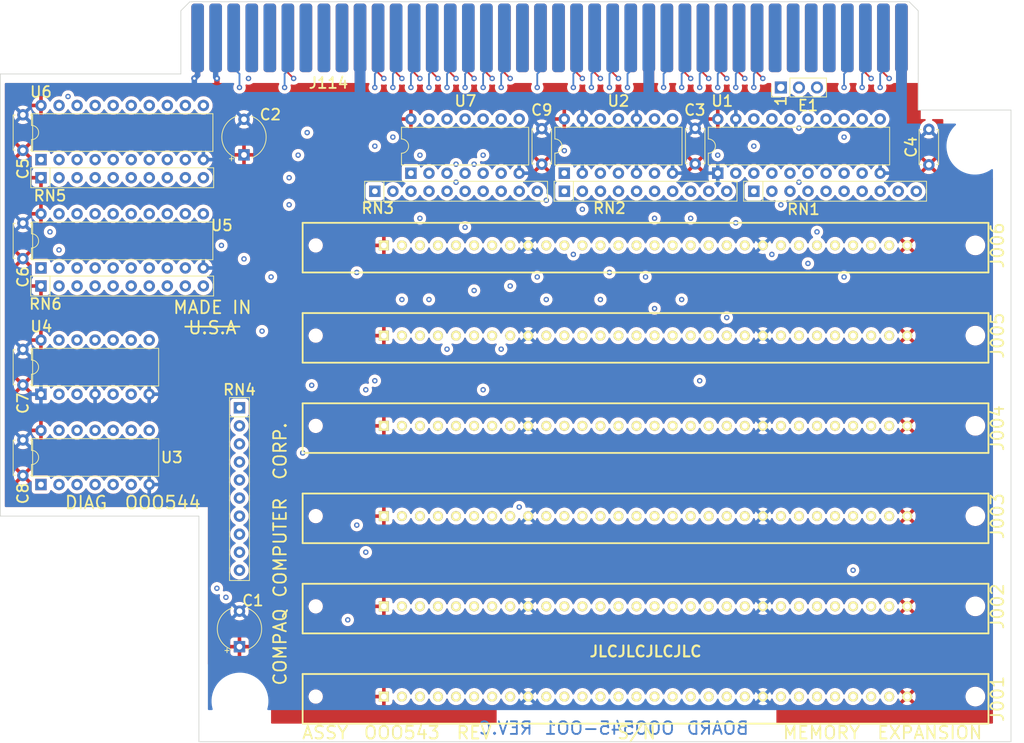
<source format=kicad_pcb>
(kicad_pcb (version 20240108) (generator "pcbnew") (generator_version "8.0")
  (layers (0 "F.Cu" power "Front") (1 "In1.Cu" signal) (2 "In2.Cu" signal) (31 "B.Cu" power "Back") (34 "B.Paste" user) (35 "F.Paste" user) (36 "B.SilkS" user "B.Silkscreen") (37 "F.SilkS" user "F.Silkscreen") (38 "B.Mask" user) (39 "F.Mask" user) (44 "Edge.Cuts" user))
  (net 0 "")
  (net 1 "+5V")
  (net 2 "GND")
  (net 3 "/MA1")
  (net 4 "/17u1-2E1")
  (net 5 "/A2")
  (net 6 "/MEMODD-DP")
  (net 7 "/MEMODD-QP")
  (net 9 "/LA22")
  (net 10 "/LA18")
  (net 11 "/A16")
  (net 12 "/A14")
  (net 13 "/A10")
  (net 14 "/MA0")
  (net 15 "/MA2")
  (net 16 "/MA4")
  (net 17 "/MA6")
  (net 18 "/MA8")
  (net 19 "/1u3-16j114")
  (net 20 "/13u3-17j114")
  (net 22 "/LA20")
  (net 23 "/12u4-21j114")
  (net 34 "/IO")
  (net 35 "/31j113-34j114")
  (net 36 "/~{MEMW}")
  (net 37 "/MR")
  (net 38 "/RAS")
  (net 39 "/MEMEVEN-DP")
  (net 40 "/MEMEVEN-QP")
  (net 41 "/LA23")
  (net 42 "/LA21")
  (net 43 "/LA17")
  (net 44 "/A15")
  (net 45 "/BA13")
  (net 46 "/MA3")
  (net 47 "/MA5")
  (net 48 "/MA7")
  (net 49 "/ALE")
  (net 50 "/84j113-56j114")
  (net 51 "/RAM 3 RAS")
  (net 52 "/2u7-58j114")
  (net 54 "/LA19")
  (net 55 "/REFRESH")
  (net 56 "/SD0")
  (net 57 "/SD2")
  (net 58 "/SD4")
  (net 59 "/SD6")
  (net 60 "/SD8")
  (net 61 "/SD10")
  (net 62 "/SD12")
  (net 63 "/SD14")
  (net 64 "/~{XIOR}")
  (net 65 "/CAS")
  (net 67 "/IO_READY")
  (net 68 "/SBHE")
  (net 69 "/SA0")
  (net 70 "/RAM 2 RAS")
  (net 71 "/RAM 4 RAS")
  (net 73 "/WEEVEN")
  (net 74 "/WEODD")
  (net 75 "/SD1")
  (net 76 "/SD3")
  (net 77 "/CASEVEN")
  (net 78 "/SD5")
  (net 79 "/CASODD")
  (net 80 "/SD7")
  (net 81 "/SD9")
  (net 82 "/SD11")
  (net 86 "/8u4-19u6")
  (net 87 "/11u4-19u5")
  (net 88 "/SD13")
  (net 89 "/SD15")
  (net 90 "/~{XIOW}")
  (net 91 "/SA12")
  (net 94 "/SA11")
  (net 96 "Net-(RN1A-R1.1)")
  (net 97 "Net-(RN1B-R2.1)")
  (net 98 "Net-(RN1C-R3.1)")
  (net 99 "Net-(RN1D-R4.1)")
  (net 100 "Net-(RN1E-R5.1)")
  (net 101 "Net-(RN2A-R1.1)")
  (net 102 "/Memory/MD0")
  (net 103 "Net-(RN2B-R2.1)")
  (net 104 "/MEM-A0")
  (net 105 "Net-(RN2C-R3.1)")
  (net 106 "Net-(RN2D-R4.1)")
  (net 107 "Net-(RN2E-R5.1)")
  (net 108 "Net-(RN3A-R1.1)")
  (net 109 "/MEM-A1")
  (net 110 "Net-(RN3B-R2.1)")
  (net 111 "/Memory/MD1")
  (net 112 "Net-(RN3C-R3.1)")
  (net 113 "/MEM-A2")
  (net 114 "/MEM-A3")
  (net 115 "/Memory/MD2")
  (net 116 "/MEM-A4")
  (net 117 "Net-(RN3D-R4.1)")
  (net 118 "Net-(RN3E-R5.1)")
  (net 119 "/MEM_WEDIR")
  (net 120 "Net-(RN4A-R1.1)")
  (net 121 "Net-(RN4B-R2.1)")
  (net 122 "Net-(RN4C-R3.1)")
  (net 123 "Net-(RN4D-R4.1)")
  (net 124 "Net-(RN4E-R5.1)")
  (net 125 "/MEM-A5")
  (net 126 "/Memory/MD3")
  (net 127 "/MEM-A6")
  (net 128 "/MEM-A7")
  (net 129 "/Memory/MD4")
  (net 130 "/MEMODD-A8")
  (net 131 "/MEMODD-A9")
  (net 132 "/Memory/MD5")
  (net 133 "/Memory/MD6")
  (net 134 "/Memory/MD7")
  (net 135 "/RAS1")
  (net 136 "/Memory/MD8")
  (net 137 "/Memory/MD9")
  (net 138 "/Memory/MD10")
  (net 139 "/Memory/MD11")
  (net 140 "/Memory/MD12")
  (net 141 "/MEMEVEN-A8")
  (net 142 "/MEMEVEN-A9")
  (net 143 "/Memory/MD13")
  (net 144 "/Memory/MD14")
  (net 145 "/Memory/MD15")
  (net 146 "/RAS2")
  (net 147 "/RAS3")
  (footprint "MountingHole:MountingHole_4mm" (layer "F.Cu") (at 203.2 64.77)
    (property "Reference" "H2" (hide yes))
    (property "Value" "MountingHole_Pad")
  )
  (footprint "Capacitor_THT:C_Disc_D4.7mm_W2.5mm_P5.00mm" (layer "F.Cu") (at 142.24 67.31 90)
    (property "Reference" "C9")
    (property "Value" "47n")
  )
  (footprint "Package_DIP:DIP-20_W7.62mm" (layer "F.Cu") (at 71.76 66.665 90)
    (property "Reference" "U6")
    (property "Value" "74F245")
  )
  (footprint "raysstuff:Conn_Edge_PCB_02x40_mirror_memexp" (layer "F.Cu") (at 143.3322 49.53 180)
    (property "Reference" "J114")
    (property "Value" "Conn_02x40_Counter_Clockwise" (hide yes))
    (fp_line (start 51.8922 3.81) (end 51.8922 -5.08) (stroke (width 0.1)) (layer "Edge.Cuts"))
    (fp_line (start 51.8922 3.81) (end 50.6222 5.08) (stroke (width 0.1)) (layer "Edge.Cuts"))
    (fp_line (start 50.6222 5.08) (end -50.6222 5.08) (stroke (width 0.1)) (layer "Edge.Cuts"))
    (fp_line (start -50.6222 5.08) (end -51.8922 3.81) (stroke (width 0.1)) (layer "Edge.Cuts"))
    (fp_line (start -51.8922 3.81) (end -51.8922 -5.08) (stroke (width 0.1)) (layer "Edge.Cuts"))
  )
  (footprint "Capacitor_THT:C_Disc_D4.7mm_W2.5mm_P5.00mm" (layer "F.Cu") (at 69.215 65.365 90)
    (property "Reference" "C5")
    (property "Value" "47n")
  )
  (footprint "MountingHole:MountingHole_4mm" (layer "F.Cu") (at 99.695 142.875)
    (property "Reference" "H1" (hide yes))
    (property "Value" "MountingHole_Pad")
  )
  (footprint "Capacitor_THT:C_Disc_D4.7mm_W2.5mm_P5.00mm" (layer "F.Cu") (at 163.83 67.27 90)
    (property "Reference" "C3")
    (property "Value" "47n")
  )
  (footprint "raysstuff:Conn_SIMM30" (layer "F.Cu") (at 156.845 78.74)
    (property "Reference" "J006")
    (property "Value" "Conn_SIMM30" (hide yes))
  )
  (footprint "Package_DIP:DIP-20_W7.62mm" (layer "F.Cu") (at 71.755 81.915 90)
    (property "Reference" "U5")
    (property "Value" "74F245")
  )
  (footprint "Capacitor_THT:C_Disc_D4.7mm_W2.5mm_P5.00mm" (layer "F.Cu") (at 69.215 111.125 90)
    (property "Reference" "C8")
    (property "Value" "47n")
  )
  (footprint "Package_DIP:DIP-14_W7.62mm" (layer "F.Cu") (at 71.75 99.685 90)
    (property "Reference" "U4")
    (property "Value" "74F32")
  )
  (footprint "raysstuff:Conn_SIMM30" (layer "F.Cu") (at 156.845 116.84)
    (property "Reference" "J003")
    (property "Value" "Conn_SIMM30" (hide yes))
  )
  (footprint "Resistor_THT:R_Array_SIP10" (layer "F.Cu") (at 99.695 101.6 -90)
    (property "Reference" "RN4")
    (property "Value" "33")
  )
  (footprint "raysstuff:Conn_SIMM30" (layer "F.Cu") (at 156.845 129.54)
    (property "Reference" "J002")
    (property "Value" "Conn_SIMM30" (hide yes))
  )
  (footprint "Package_DIP:DIP-20_W7.62mm" (layer "F.Cu") (at 167.01 68.57 90)
    (property "Reference" "U1")
    (property "Value" "74F244")
  )
  (footprint "Resistor_THT:R_Array_SIP10" (layer "F.Cu") (at 118.75 71.12)
    (property "Reference" "RN3")
    (property "Value" "33")
  )
  (footprint "raysstuff:Conn_SIMM30" (layer "F.Cu") (at 156.845 91.44)
    (property "Reference" "J005")
    (property "Value" "Conn_SIMM30" (hide yes))
  )
  (footprint "Capacitor_THT:C_Disc_D4.7mm_W2.5mm_P5.00mm" (layer "F.Cu") (at 196.719401 67.40412 90)
    (property "Reference" "C4")
    (property "Value" "47n")
  )
  (footprint "raysstuff:Conn_SIMM30" (layer "F.Cu") (at 156.845 142.24)
    (property "Reference" "J001")
    (property "Value" "Conn_SIMM30" (hide yes))
  )
  (footprint "Capacitor_THT:C_Disc_D4.7mm_W2.5mm_P5.00mm" (layer "F.Cu") (at 69.215 98.385 90)
    (property "Reference" "C7")
    (property "Value" "47n")
  )
  (footprint "Resistor_THT:R_Array_SIP10" (layer "F.Cu") (at 172.09 71.12)
    (property "Reference" "RN1")
    (property "Value" "33")
  )
  (footprint "Package_DIP:DIP-14_W7.62mm" (layer "F.Cu") (at 71.755 112.395 90)
    (property "Reference" "U3")
    (property "Value" "74F00")
  )
  (footprint "raysstuff:Conn_SIMM30" (layer "F.Cu") (at 156.845 104.14)
    (property "Reference" "J004")
    (property "Value" "Conn_SIMM30" (hide yes))
  )
  (footprint "Package_DIP:DIP-14_W7.62mm" (layer "F.Cu") (at 145.41 68.57 90)
    (property "Reference" "U2")
    (property "Value" "74F32")
  )
  (footprint "Capacitor_THT:CP_Radial_Tantal_D6.0mm_P5.00mm" (layer "F.Cu") (at 100.33 66 90)
    (property "Reference" "C2")
    (property "Value" "10u")
  )
  (footprint "Capacitor_THT:CP_Radial_Tantal_D6.0mm_P5.00mm" (layer "F.Cu") (at 99.695 135.215 90)
    (property "Reference" "C1")
    (property "Value" "10u")
  )
  (footprint "Package_DIP:DIP-14_W7.62mm" (layer "F.Cu") (at 123.825 68.58 90)
    (property "Reference" "U7")
    (property "Value" "74F10")
  )
  (footprint "Capacitor_THT:C_Disc_D4.7mm_W2.5mm_P5.00mm" (layer "F.Cu") (at 69.215 80.605 90)
    (property "Reference" "C6")
    (property "Value" "47n")
  )
  (footprint "Resistor_THT:R_Array_SIP10" (layer "F.Cu") (at 71.76 69.215)
    (property "Reference" "RN5")
    (property "Value" "8.2k")
  )
  (footprint "Resistor_THT:R_Array_SIP10" (layer "F.Cu") (at 71.755 84.455)
    (property "Reference" "RN6")
    (property "Value" "8.2k")
  )
  (footprint "Connector_PinHeader_2.54mm:PinHeader_1x03_P2.54mm_Vertical" (layer "F.Cu") (at 175.895 56.515 90)
    (property "Reference" "E1")
    (property "Value" "Conn_01x03")
  )
  (footprint "Resistor_THT:R_Array_SIP10" (layer "F.Cu") (at 145.42 71.12)
    (property "Reference" "RN2")
    (property "Value" "33")
  )
  (gr_line (start 92.075 90.17) (end 99.695 90.17) (stroke (width 0.254)) (layer "F.SilkS"))
  (gr_line (start 66.04 54.61) (end 91.44 54.61) (stroke (width 0.1)) (layer "Edge.Cuts"))
  (gr_line (start 208.28 59.69) (end 208.28 148.59) (stroke (width 0.1)) (layer "Edge.Cuts"))
  (gr_line (start 93.98 116.84) (end 66.04 116.84) (stroke (width 0.1)) (layer "Edge.Cuts"))
  (gr_line (start 195.2244 59.69) (end 208.28 59.69) (stroke (width 0.1)) (layer "Edge.Cuts"))
  (gr_line (start 208.28 148.59) (end 93.98 148.59) (stroke (width 0.1)) (layer "Edge.Cuts"))
  (gr_line (start 66.04 116.84) (end 66.04 54.61) (stroke (width 0.1)) (layer "Edge.Cuts"))
  (gr_line (start 93.98 148.59) (end 93.98 116.84) (stroke (width 0.1)) (layer "Edge.Cuts"))
  (gr_line (start 195.2244 59.69) (end 195.2244 54.61) (stroke (width 0.1)) (layer "Edge.Cuts"))
  (gr_text "REV.C" (at 137.16 146.685 0) (layer "B.Cu") (effects (font (size 1.778 1.778) (thickness 0.254)) (justify mirror)))
  (gr_text "OOO545-OO1" (at 151.765 146.685 0) (layer "B.Cu") (effects (font (size 1.778 1.778) (thickness 0.254)) (justify mirror)))
  (gr_text "BOARD" (at 167.005 146.685 0) (layer "B.Cu") (effects (font (size 1.778 1.778) (thickness 0.254)) (justify mirror)))
  (gr_text "CORP." (at 105.41 107.696 90) (layer "F.SilkS") (effects (font (size 1.778 1.778) (thickness 0.254))))
  (gr_text "OOO544" (at 88.9 114.935 0) (layer "F.SilkS") (effects (font (size 1.778 1.778) (thickness 0.254))))
  (gr_text "OOO543" (at 122.555 147.32 0) (layer "F.SilkS") (effects (font (size 1.778 1.778) (thickness 0.254))))
  (gr_text "REV" (at 132.715 147.32 0) (layer "F.SilkS") (effects (font (size 1.778 1.778) (thickness 0.254))))
  (gr_text "ASSY" (at 111.76 147.32 0) (layer "F.SilkS") (effects (font (size 1.778 1.778) (thickness 0.254))))
  (gr_text "COMPUTER" (at 105.41 121.285 90) (layer "F.SilkS") (effects (font (size 1.778 1.778) (thickness 0.254))))
  (gr_text "S/N" (at 155.575 147.32 0) (layer "F.SilkS") (effects (font (size 1.778 1.778) (thickness 0.254))))
  (gr_text "COMPAQ" (at 105.41 135.255 90) (layer "F.SilkS") (effects (font (size 1.778 1.778) (thickness 0.254))))
  (gr_text "JLCJLCJLCJLC" (at 156.845 135.89 0) (layer "F.SilkS") (effects (font (size 1.524 1.524) (thickness 0.3048))))
  (gr_text "EXPANSION" (at 196.85 147.32 0) (layer "F.SilkS") (effects (font (size 1.778 1.778) (thickness 0.254))))
  (gr_text "DIAG" (at 78.105 114.935 0) (layer "F.SilkS") (effects (font (size 1.778 1.778) (thickness 0.254))))
  (gr_text "1" (at 175.895 58.42 90) (layer "F.SilkS") (effects (font (size 1.524 1.524) (thickness 0.254))))
  (gr_text "MADE IN\nU.S.A\n" (at 95.885 88.9 0) (layer "F.SilkS") (effects (font (size 1.778 1.778) (thickness 0.254))))
  (gr_text "MEMORY" (at 181.61 147.32 0) (layer "F.SilkS") (effects (font (size 1.778 1.778) (thickness 0.254))))
  (segment (start 192.8622 48.895) (end 192.8622 56.9722) (width 1.524) (layer "F.Cu") (net 1))
  (segment (start 96.52 55.245) (end 96.52 57.15) (width 0.762) (layer "F.Cu") (net 1))
  (segment (start 116.6622 48.895) (end 116.6622 56.9722) (width 1.524) (layer "F.Cu") (net 1))
  (segment (start 157.3022 48.895) (end 157.3022 57.6072) (width 1.524) (layer "F.Cu") (net 1))
  (via (at 96.52 55.245) (size 0.889) (drill 0.381) (layers "F.Cu" "B.Cu") (net 1))
  (segment (start 96.3422 55.0672) (end 96.52 55.245) (width 0.762) (layer "B.Cu") (net 1))
  (segment (start 96.3422 48.895) (end 96.3422 55.0672) (width 0.762) (layer "B.Cu") (net 1))
  (segment (start 93.8022 54.7878) (end 93.345 55.245) (width 0.762) (layer "F.Cu") (net 2))
  (segment (start 93.8022 48.895) (end 93.8022 54.7878) (width 0.762) (layer "F.Cu") (net 2))
  (via (at 93.345 55.245) (size 0.889) (drill 0.381) (layers "F.Cu" "B.Cu") (net 2))
  (segment (start 93.8022 54.7878) (end 93.345 55.245) (width 0.762) (layer "B.Cu") (net 2))
  (segment (start 116.6622 48.895) (end 116.6622 57.9628) (width 1.524) (layer "B.Cu") (net 2))
  (segment (start 93.8022 48.895) (end 93.8022 54.7878) (width 0.762) (layer "B.Cu") (net 2))
  (segment (start 192.8622 48.895) (end 192.8622 62.6872) (width 1.524) (layer "B.Cu") (net 2))
  (segment (start 93.345 55.245) (end 93.345 57.15) (width 0.762) (layer "B.Cu") (net 2))
  (segment (start 157.3022 48.895) (end 157.3022 57.6072) (width 1.524) (layer "B.Cu") (net 2))
  (segment (start 170.0022 54.4322) (end 170.815 55.245) (width 0.254) (layer "F.Cu") (net 3))
  (segment (start 170.0022 48.895) (end 170.0022 54.4322) (width 0.254) (layer "F.Cu") (net 3))
  (via (at 170.815 55.245) (size 0.75) (drill 0.381) (layers "F.Cu" "B.Cu") (net 3))
  (via (at 99.695 56.515) (size 0.75) (drill 0.381) (layers "F.Cu" "B.Cu") (net 5))
  (segment (start 98.8822 53.7972) (end 99.695 54.61) (width 0.254) (layer "B.Cu") (net 5))
  (segment (start 98.8822 48.895) (end 98.8822 53.7972) (width 0.254) (layer "B.Cu") (net 5))
  (segment (start 99.695 54.61) (end 99.695 56.515) (width 0.254) (layer "B.Cu") (net 5))
  (via (at 189.865 56.515) (size 0.75) (drill 0.381) (layers "F.Cu" "B.Cu") (net 6))
  (segment (start 190.3222 54.1528) (end 189.865 54.61) (width 0.254) (layer "B.Cu") (net 6))
  (segment (start 189.865 54.61) (end 189.865 56.515) (width 0.254) (layer "B.Cu") (net 6))
  (segment (start 190.3222 48.895) (end 190.3222 54.1528) (width 0.254) (layer "B.Cu") (net 6))
  (via (at 187.325 56.515) (size 0.75) (drill 0.381) (layers "F.Cu" "B.Cu") (net 7))
  (segment (start 187.7822 54.1528) (end 187.325 54.61) (width 0.254) (layer "B.Cu") (net 7))
  (segment (start 187.7822 48.895) (end 187.7822 54.1528) (width 0.254) (layer "B.Cu") (net 7))
  (segment (start 187.325 54.61) (end 187.325 56.515) (width 0.254) (layer "B.Cu") (net 7))
  (via (at 172.085 56.515) (size 0.75) (drill 0.381) (layers "F.Cu" "B.Cu") (net 13))
  (segment (start 172.5422 54.1528) (end 172.085 54.61) (width 0.254) (layer "B.Cu") (net 13))
  (segment (start 172.085 54.61) (end 172.085 56.515) (width 0.254) (layer "B.Cu") (net 13))
  (segment (start 172.5422 48.895) (end 172.5422 54.1528) (width 0.254) (layer "B.Cu") (net 13))
  (via (at 169.545 56.515) (size 0.75) (drill 0.381) (layers "F.Cu" "B.Cu") (net 14))
  (segment (start 170.0022 54.1528) (end 169.545 54.61) (width 0.254) (layer "B.Cu") (net 14))
  (segment (start 169.545 54.61) (end 169.545 56.515) (width 0.254) (layer "B.Cu") (net 14))
  (segment (start 170.0022 48.895) (end 170.0022 54.1528) (width 0.254) (layer "B.Cu") (net 14))
  (via (at 167.005 56.515) (size 0.75) (drill 0.381) (layers "F.Cu" "B.Cu") (net 15))
  (segment (start 167.4622 54.1528) (end 167.005 54.61) (width 0.254) (layer "B.Cu") (net 15))
  (segment (start 167.4622 48.895) (end 167.4622 54.1528) (width 0.254) (layer "B.Cu") (net 15))
  (segment (start 167.005 54.61) (end 167.005 56.515) (width 0.254) (layer "B.Cu") (net 15))
  (via (at 164.465 56.515) (size 0.75) (drill 0.381) (layers "F.Cu" "B.Cu") (net 16))
  (via (at 184.785 63.5) (size 0.75) (drill 0.381) (layers "F.Cu" "B.Cu") (net 16))
  (segment (start 164.9222 48.895) (end 164.9222 54.1528) (width 0.254) (layer "B.Cu") (net 16))
  (segment (start 164.9222 54.1528) (end 164.465 54.61) (width 0.254) (layer "B.Cu") (net 16))
  (segment (start 164.465 54.61) (end 164.465 56.515) (width 0.254) (layer "B.Cu") (net 16))
  (via (at 167.005 66.04) (size 0.75) (drill 0.381) (layers "F.Cu" "B.Cu") (net 17))
  (via (at 161.925 56.515) (size 0.75) (drill 0.381) (layers "F.Cu" "B.Cu") (net 17))
  (segment (start 162.3822 54.1528) (end 161.925 54.61) (width 0.254) (layer "B.Cu") (net 17))
  (segment (start 161.925 54.61) (end 161.925 56.515) (width 0.254) (layer "B.Cu") (net 17))
  (segment (start 162.3822 48.895) (end 162.3822 54.1528) (width 0.254) (layer "B.Cu") (net 17))
  (via (at 159.385 56.515) (size 0.75) (drill 0.381) (layers "F.Cu" "B.Cu") (net 18))
  (segment (start 159.385 54.61) (end 159.385 56.515) (width 0.254) (layer "B.Cu") (net 18))
  (segment (start 159.8422 54.1528) (end 159.385 54.61) (width 0.254) (layer "B.Cu") (net 18))
  (segment (start 159.8422 48.895) (end 159.8422 54.1528) (width 0.254) (layer "B.Cu") (net 18))
  (via (at 154.305 56.515) (size 0.75) (drill 0.381) (layers "F.Cu" "B.Cu") (net 19))
  (via (at 96.52 127) (size 0.75) (drill 0.381) (layers "F.Cu" "B.Cu") (net 19))
  (segment (start 154.7622 48.895) (end 154.7622 54.1528) (width 0.254) (layer "B.Cu") (net 19))
  (segment (start 154.305 54.61) (end 154.305 56.515) (width 0.254) (layer "B.Cu") (net 19))
  (segment (start 154.7622 54.1528) (end 154.305 54.61) (width 0.254) (layer "B.Cu") (net 19))
  (via (at 178.435 69.85) (size 0.75) (drill 0.381) (layers "F.Cu" "B.Cu") (net 20))
  (via (at 178.435 62.23) (size 0.75) (drill 0.381) (layers "F.Cu" "B.Cu") (net 20))
  (via (at 151.765 56.515) (size 0.75) (drill 0.381) (layers "F.Cu" "B.Cu") (net 20))
  (segment (start 152.2222 54.1528) (end 151.765 54.61) (width 0.254) (layer "B.Cu") (net 20))
  (segment (start 152.2222 48.895) (end 152.2222 54.1528) (width 0.254) (layer "B.Cu") (net 20))
  (segment (start 151.765 54.61) (end 151.765 56.515) (width 0.254) (layer "B.Cu") (net 20))
  (via (at 102.87 90.805) (size 0.75) (drill 0.381) (layers "F.Cu" "B.Cu") (net 23))
  (via (at 141.605 56.515) (size 0.75) (drill 0.381) (layers "F.Cu" "B.Cu") (net 23))
  (segment (start 141.605 54.61) (end 141.605 56.515) (width 0.254) (layer "B.Cu") (net 23))
  (segment (start 142.0622 48.895) (end 142.0622 54.1528) (width 0.254) (layer "B.Cu") (net 23))
  (segment (start 142.0622 54.1528) (end 141.605 54.61) (width 0.254) (layer "B.Cu") (net 23))
  (via (at 184.785 56.515) (size 0.75) (drill 0.381) (layers "F.Cu" "B.Cu") (net 36))
  (via (at 114.935 131.445) (size 0.75) (drill 0.381) (layers "F.Cu" "B.Cu") (net 36))
  (segment (start 184.785 54.61) (end 184.785 56.515) (width 0.254) (layer "B.Cu") (net 36))
  (segment (start 185.2422 48.895) (end 185.2422 54.1528) (width 0.254) (layer "B.Cu") (net 36))
  (segment (start 185.2422 54.1528) (end 184.785 54.61) (width 0.254) (layer "B.Cu") (net 36))
  (via (at 149.225 56.515) (size 0.75) (drill 0.381) (layers "F.Cu" "B.Cu") (net 38))
  (via (at 108.585 107.95) (size 0.75) (drill 0.381) (layers "F.Cu" "B.Cu") (net 38))
  (segment (start 149.6822 54.1528) (end 149.225 54.61) (width 0.254) (layer "B.Cu") (net 38))
  (segment (start 149.6822 48.895) (end 149.6822 54.1528) (width 0.254) (layer "B.Cu") (net 38))
  (segment (start 149.225 54.61) (end 149.225 56.515) (width 0.254) (layer "B.Cu") (net 38))
  (segment (start 190.3222 48.895) (end 190.3222 54.4322) (width 0.254) (layer "F.Cu") (net 39))
  (segment (start 190.3222 54.4322) (end 191.135 55.245) (width 0.254) (layer "F.Cu") (net 39))
  (via (at 191.135 55.245) (size 0.75) (drill 0.381) (layers "F.Cu" "B.Cu") (net 39))
  (segment (start 187.7822 48.895) (end 187.7822 54.4322) (width 0.254) (layer "F.Cu") (net 40))
  (segment (start 187.7822 54.4322) (end 188.595 55.245) (width 0.254) (layer "F.Cu") (net 40))
  (via (at 188.595 55.245) (size 0.75) (drill 0.381) (layers "F.Cu" "B.Cu") (net 40))
  (segment (start 167.4622 48.895) (end 167.4622 54.4322) (width 0.254) (layer "F.Cu") (net 46))
  (segment (start 167.4622 54.4322) (end 168.275 55.245) (width 0.254) (layer "F.Cu") (net 46))
  (via (at 168.275 55.245) (size 0.75) (drill 0.381) (layers "F.Cu" "B.Cu") (net 46))
  (segment (start 164.9222 48.895) (end 164.9222 54.4322) (width 0.254) (layer "F.Cu") (net 47))
  (segment (start 164.9222 54.4322) (end 165.735 55.245) (width 0.254) (layer "F.Cu") (net 47))
  (via (at 165.735 55.245) (size 0.75) (drill 0.381) (layers "F.Cu" "B.Cu") (net 47))
  (via (at 172.085 64.77) (size 0.75) (drill 0.381) (layers "F.Cu" "B.Cu") (net 47))
  (segment (start 162.3822 54.4322) (end 163.195 55.245) (width 0.254) (layer "F.Cu") (net 48))
  (segment (start 162.3822 48.895) (end 162.3822 54.4322) (width 0.254) (layer "F.Cu") (net 48))
  (via (at 163.195 55.245) (size 0.75) (drill 0.381) (layers "F.Cu" "B.Cu") (net 48))
  (via (at 146.685 56.515) (size 0.75) (drill 0.381) (layers "F.Cu" "B.Cu") (net 51))
  (segment (start 146.685 54.61) (end 146.685 56.515) (width 0.254) (layer "B.Cu") (net 51))
  (segment (start 147.1422 54.1528) (end 146.685 54.61) (width 0.254) (layer "B.Cu") (net 51))
  (segment (start 147.1422 48.895) (end 147.1422 54.1528) (width 0.254) (layer "B.Cu") (net 51))
  (segment (start 149.6822 54.4322) (end 150.495 55.245) (width 0.254) (layer "F.Cu") (net 52))
  (segment (start 149.6822 48.895) (end 149.6822 54.4322) (width 0.254) (layer "F.Cu") (net 52))
  (via (at 150.495 55.245) (size 0.75) (drill 0.381) (layers "F.Cu" "B.Cu") (net 52))
  (via (at 133.985 66.04) (size 0.75) (drill 0.381) (layers "F.Cu" "B.Cu") (net 52))
  (via (at 97.155 78.74) (size 0.75) (drill 0.381) (layers "F.Cu" "B.Cu") (net 56))
  (via (at 136.525 56.515) (size 0.75) (drill 0.381) (layers "F.Cu" "B.Cu") (net 56))
  (segment (start 136.9822 54.1528) (end 136.525 54.61) (width 0.254) (layer "B.Cu") (net 56))
  (segment (start 136.9822 48.895) (end 136.9822 54.1528) (width 0.254) (layer "B.Cu") (net 56))
  (segment (start 136.525 54.61) (end 136.525 56.515) (width 0.254) (layer "B.Cu") (net 56))
  (via (at 133.985 56.515) (size 0.75) (drill 0.381) (layers "F.Cu" "B.Cu") (net 57))
  (segment (start 133.985 54.61) (end 133.985 56.515) (width 0.254) (layer "B.Cu") (net 57))
  (segment (start 134.4422 54.1528) (end 133.985 54.61) (width 0.254) (layer "B.Cu") (net 57))
  (segment (start 134.4422 48.895) (end 134.4422 54.1528) (width 0.254) (layer "B.Cu") (net 57))
  (via (at 75.565 57.785) (size 0.75) (drill 0.381) (layers "F.Cu" "B.Cu") (net 58))
  (via (at 131.445 56.515) (size 0.75) (drill 0.381) (layers "F.Cu" "B.Cu") (net 58))
  (segment (start 131.9022 48.895) (end 131.9022 54.1528) (width 0.254) (layer "B.Cu") (net 58))
  (segment (start 131.9022 54.1528) (end 131.445 54.61) (width 0.254) (layer "B.Cu") (net 58))
  (segment (start 131.445 54.61) (end 131.445 56.515) (width 0.254) (layer "B.Cu") (net 58))
  (via (at 128.905 56.515) (size 0.75) (drill 0.381) (layers "F.Cu" "B.Cu") (net 59))
  (via (at 73.025 76.835) (size 0.75) (drill 0.381) (layers "F.Cu" "B.Cu") (net 59))
  (segment (start 128.905 54.61) (end 128.905 56.515) (width 0.254) (layer "B.Cu") (net 59))
  (segment (start 129.3622 48.895) (end 129.3622 54.1528) (width 0.254) (layer "B.Cu") (net 59))
  (segment (start 129.3622 54.1528) (end 128.905 54.61) (width 0.254) (layer "B.Cu") (net 59))
  (via (at 126.365 56.515) (size 0.75) (drill 0.381) (layers "F.Cu" "B.Cu") (net 60))
  (segment (start 126.8222 54.1528) (end 126.365 54.61) (width 0.254) (layer "B.Cu") (net 60))
  (segment (start 126.365 54.61) (end 126.365 56.515) (width 0.254) (layer "B.Cu") (net 60))
  (segment (start 126.8222 48.895) (end 126.8222 54.1528) (width 0.254) (layer "B.Cu") (net 60))
  (via (at 123.825 56.515) (size 0.75) (drill 0.381) (layers "F.Cu" "B.Cu") (net 61))
  (via (at 109.22 62.865) (size 0.75) (drill 0.381) (layers "F.Cu" "B.Cu") (net 61))
  (segment (start 123.825 54.61) (end 123.825 56.515) (width 0.254) (layer "B.Cu") (net 61))
  (segment (start 124.2822 48.895) (end 124.2822 54.1528) (width 0.254) (layer "B.Cu") (net 61))
  (segment (start 124.2822 54.1528) (end 123.825 54.61) (width 0.254) (layer "B.Cu") (net 61))
  (via (at 121.285 56.515) (size 0.75) (drill 0.381) (layers "F.Cu" "B.Cu") (net 62))
  (segment (start 121.7422 54.1528) (end 121.285 54.61) (width 0.254) (layer "B.Cu") (net 62))
  (segment (start 121.285 54.61) (end 121.285 56.515) (width 0.254) (layer "B.Cu") (net 62))
  (segment (start 121.7422 48.895) (end 121.7422 54.1528) (width 0.254) (layer "B.Cu") (net 62))
  (via (at 107.95 66.04) (size 0.75) (drill 0.381) (layers "F.Cu" "B.Cu") (net 63))
  (via (at 118.745 56.515) (size 0.75) (drill 0.381) (layers "F.Cu" "B.Cu") (net 63))
  (segment (start 118.745 54.61) (end 118.745 56.515) (width 0.254) (layer "B.Cu") (net 63))
  (segment (start 119.2022 54.1528) (end 118.745 54.61) (width 0.254) (layer "B.Cu") (net 63))
  (segment (start 119.2022 48.895) (end 119.2022 54.1528) (width 0.254) (layer "B.Cu") (net 63))
  (via (at 100.965 55.245) (size 0.75) (drill 0.381) (layers "F.Cu" "B.Cu") (net 65))
  (via (at 106.045 56.515) (size 0.75) (drill 0.381) (layers "F.Cu" "B.Cu") (net 65))
  (segment (start 106.045 54.61) (end 106.045 56.515) (width 0.254) (layer "B.Cu") (net 65))
  (segment (start 106.5022 48.895) (end 106.5022 54.1528) (width 0.254) (layer "B.Cu") (net 65))
  (segment (start 106.5022 54.1528) (end 106.045 54.61) (width 0.254) (layer "B.Cu") (net 65))
  (segment (start 106.5022 54.4322) (end 107.315 55.245) (width 0.254) (layer "F.Cu") (net 68))
  (segment (start 106.5022 48.895) (end 106.5022 54.4322) (width 0.254) (layer "F.Cu") (net 68))
  (via (at 107.315 55.245) (size 0.75) (drill 0.381) (layers "F.Cu" "B.Cu") (net 68))
  (segment (start 172.5422 54.4322) (end 173.355 55.245) (width 0.254) (layer "F.Cu") (net 69))
  (segment (start 172.5422 48.895) (end 172.5422 54.4322) (width 0.254) (layer "F.Cu") (net 69))
  (via (at 97.79 128.27) (size 0.75) (drill 0.381) (layers "F.Cu" "B.Cu") (net 69))
  (via (at 173.355 55.245) (size 0.75) (drill 0.381) (layers "F.Cu" "B.Cu") (net 69))
  (segment (start 152.2222 48.895) (end 152.2222 54.4322) (width 0.254) (layer "F.Cu") (net 70))
  (segment (start 152.2222 54.4322) (end 153.035 55.245) (width 0.254) (layer "F.Cu") (net 70))
  (via (at 153.035 55.245) (size 0.75) (drill 0.381) (layers "F.Cu" "B.Cu") (net 70))
  (segment (start 147.1422 48.895) (end 147.1422 54.4322) (width 0.254) (layer "F.Cu") (net 71))
  (segment (start 147.1422 54.4322) (end 147.955 55.245) (width 0.254) (layer "F.Cu") (net 71))
  (via (at 147.955 55.245) (size 0.75) (drill 0.381) (layers "F.Cu" "B.Cu") (net 71))
  (via (at 121.285 63.5) (size 0.75) (drill 0.381) (layers "F.Cu" "B.Cu") (net 71))
  (via (at 131.445 76.2) (size 0.75) (drill 0.381) (layers "F.Cu" "B.Cu") (net 73))
  (via (at 169.545 75.565) (size 0.75) (drill 0.381) (layers "F.Cu" "B.Cu") (net 73))
  (via (at 136.525 93.345) (size 0.75) (drill 0.381) (layers "F.Cu" "B.Cu") (net 74))
  (segment (start 136.9822 54.4322) (end 137.795 55.245) (width 0.254) (layer "F.Cu") (net 75))
  (segment (start 136.9822 48.895) (end 136.9822 54.4322) (width 0.254) (layer "F.Cu") (net 75))
  (via (at 137.795 55.245) (size 0.75) (drill 0.381) (layers "F.Cu" "B.Cu") (net 75))
  (segment (start 134.4422 48.895) (end 134.4422 54.4322) (width 0.254) (layer "F.Cu") (net 76))
  (segment (start 134.4422 54.4322) (end 135.255 55.245) (width 0.254) (layer "F.Cu") (net 76))
  (via (at 135.255 55.245) (size 0.75) (drill 0.381) (layers "F.Cu" "B.Cu") (net 76))
  (via (at 104.14 83.185) (size 0.75) (drill 0.381) (layers "F.Cu" "B.Cu") (net 77))
  (segment (start 131.9022 48.895) (end 131.9022 54.4322) (width 0.254) (layer "F.Cu") (net 78))
  (segment (start 131.9022 54.4322) (end 132.715 55.245) (width 0.254) (layer "F.Cu") (net 78))
  (via (at 132.715 55.245) (size 0.75) (drill 0.381) (layers "F.Cu" "B.Cu") (net 78))
  (segment (start 129.3622 54.4322) (end 130.175 55.245) (width 0.254) (layer "F.Cu") (net 80))
  (segment (start 129.3622 48.895) (end 129.3622 54.4322) (width 0.254) (layer "F.Cu") (net 80))
  (via (at 130.175 55.245) (size 0.75) (drill 0.381) (layers "F.Cu" "B.Cu") (net 80))
  (via (at 100.33 80.645) (size 0.75) (drill 0.381) (layers "F.Cu" "B.Cu") (net 80))
  (segment (start 126.8222 48.895) (end 126.8222 54.4322) (width 0.254) (layer "F.Cu") (net 81))
  (segment (start 126.8222 54.4322) (end 127.635 55.245) (width 0.254) (layer "F.Cu") (net 81))
  (via (at 127.635 55.245) (size 0.75) (drill 0.381) (layers "F.Cu" "B.Cu") (net 81))
  (segment (start 124.2822 48.895) (end 124.2822 54.4322) (width 0.254) (layer "F.Cu") (net 82))
  (segment (start 124.2822 54.4322) (end 125.095 55.245) (width 0.254) (layer "F.Cu") (net 82))
  (via (at 125.095 55.245) (size 0.75) (drill 0.381) (layers "F.Cu" "B.Cu") (net 82))
  (via (at 74.295 79.375) (size 0.75) (drill 0.381) (layers "F.Cu" "B.Cu") (net 87))
  (segment (start 121.7422 54.4322) (end 122.555 55.245) (width 0.254) (layer "F.Cu") (net 88))
  (segment (start 121.7422 48.895) (end 121.7422 54.4322) (width 0.254) (layer "F.Cu") (net 88))
  (via (at 122.555 55.245) (size 0.75) (drill 0.381) (layers "F.Cu" "B.Cu") (net 88))
  (segment (start 119.2022 54.4322) (end 120.015 55.245) (width 0.254) (layer "F.Cu") (net 89))
  (segment (start 119.2022 48.895) (end 119.2022 54.4322) (width 0.254) (layer "F.Cu") (net 89))
  (via (at 120.015 55.245) (size 0.75) (drill 0.381) (layers "F.Cu" "B.Cu") (net 89))
  (via (at 122.555 86.36) (size 0.75) (drill 0.381) (layers "F.Cu" "B.Cu") (net 102))
  (via (at 156.845 83.185) (size 0.75) (drill 0.381) (layers "F.Cu" "B.Cu") (net 104))
  (via (at 118.745 64.77) (size 0.75) (drill 0.381) (layers "F.Cu" "B.Cu") (net 108))
  (via (at 151.765 82.55) (size 0.75) (drill 0.381) (layers "F.Cu" "B.Cu") (net 109))
  (via (at 145.415 65.405) (size 0.75) (drill 0.381) (layers "F.Cu" "B.Cu") (net 110))
  (via (at 125.095 66.04) (size 0.75) (drill 0.381) (layers "F.Cu" "B.Cu") (net 110))
  (via (at 132.715 85.09) (size 0.75) (drill 0.381) (layers "F.Cu" "B.Cu") (net 111))
  (via (at 128.905 93.345) (size 0.75) (drill 0.381) (layers "F.Cu" "B.Cu") (net 112))
  (via (at 146.685 80.01) (size 0.75) (drill 0.381) (layers "F.Cu" "B.Cu") (net 113))
  (via (at 137.795 84.455) (size 0.75) (drill 0.381) (layers "F.Cu" "B.Cu") (net 114))
  (via (at 142.875 86.36) (size 0.75) (drill 0.381) (layers "F.Cu" "B.Cu") (net 115))
  (via (at 132.715 67.31) (size 0.75) (drill 0.381) (layers "F.Cu" "B.Cu") (net 117))
  (via (at 109.855 98.425) (size 0.75) (drill 0.381) (layers "F.Cu" "B.Cu") (net 117))
  (via (at 130.175 67.31) (size 0.75) (drill 0.381) (layers "F.Cu" "B.Cu") (net 117))
  (via (at 139.065 115.57) (size 0.75) (drill 0.381) (layers "F.Cu" "B.Cu") (net 118))
  (via (at 141.605 83.185) (size 0.75) (drill 0.381) (layers "F.Cu" "B.Cu") (net 123))
  (via (at 116.205 82.55) (size 0.75) (drill 0.381) (layers "F.Cu" "B.Cu") (net 123))
  (via (at 116.205 118.11) (size 0.75) (drill 0.381) (layers "F.Cu" "B.Cu") (net 123))
  (via (at 133.985 99.06) (size 0.75) (drill 0.381) (layers "F.Cu" "B.Cu") (net 124))
  (via (at 117.475 99.06) (size 0.75) (drill 0.381) (layers "F.Cu" "B.Cu") (net 124))
  (via (at 117.475 121.92) (size 0.75) (drill 0.381) (layers "F.Cu" "B.Cu") (net 124))
  (via (at 184.785 83.185) (size 0.75) (drill 0.381) (layers "F.Cu" "B.Cu") (net 125))
  (via (at 150.495 86.36) (size 0.75) (drill 0.381) (layers "F.Cu" "B.Cu") (net 126))
  (via (at 179.705 81.28) (size 0.75) (drill 0.381) (layers "F.Cu" "B.Cu") (net 127))
  (via (at 174.625 80.01) (size 0.75) (drill 0.381) (layers "F.Cu" "B.Cu") (net 128))
  (via (at 158.115 87.63) (size 0.75) (drill 0.381) (layers "F.Cu" "B.Cu") (net 129))
  (via (at 164.465 97.79) (size 0.75) (drill 0.381) (layers "F.Cu" "B.Cu") (net 131))
  (via (at 118.745 97.79) (size 0.75) (drill 0.381) (layers "F.Cu" "B.Cu") (net 131))
  (via (at 168.275 88.9) (size 0.75) (drill 0.381) (layers "F.Cu" "B.Cu") (net 132))
  (via (at 186.055 124.46) (size 0.75) (drill 0.381) (layers "F.Cu" "B.Cu") (net 135))
  (via (at 125.095 74.93) (size 0.75) (drill 0.381) (layers "F.Cu" "B.Cu") (net 136))
  (via (at 130.175 69.85) (size 0.75) (drill 0.381) (layers "F.Cu" "B.Cu") (net 137))
  (via (at 142.875 72.39) (size 0.75) (drill 0.381) (layers "F.Cu" "B.Cu") (net 138))
  (via (at 147.955 73.66) (size 0.75) (drill 0.381) (layers "F.Cu" "B.Cu") (net 139))
  (via (at 158.115 74.93) (size 0.75) (drill 0.381) (layers "F.Cu" "B.Cu") (net 140))
  (via (at 161.925 86.36) (size 0.75) (drill 0.381) (layers "F.Cu" "B.Cu") (net 142))
  (via (at 126.365 86.36) (size 0.75) (drill 0.381) (layers "F.Cu" "B.Cu") (net 142))
  (via (at 163.195 74.93) (size 0.75) (drill 0.381) (layers "F.Cu" "B.Cu") (net 143))
  (via (at 106.68 73.025) (size 0.75) (drill 0.381) (layers "F.Cu" "B.Cu") (net 144))
  (via (at 106.68 69.215) (size 0.75) (drill 0.381) (layers "F.Cu" "B.Cu") (net 144))
  (via (at 175.895 73.025) (size 0.75) (drill 0.381) (layers "F.Cu" "B.Cu") (net 144))
  (via (at 180.975 76.835) (size 0.75) (drill 0.381) (layers "F.Cu" "B.Cu") (net 145))
  (zone (net 0) (net_name "") (layer "F.Cu") (name "SNzone") (connect_pads (clearance 0)) (min_thickness 0.254)
    (keepout (tracks not_allowed) (vias not_allowed) (pads not_allowed) (copperpour not_allowed) (footprints allowed))
    (fill (thermal_gap 0.508) (thermal_bridge_width 0.508))
    (polygon (pts (xy 175.26 148.59) (xy 159.385 148.59) (xy 159.385 143.51) (xy 175.26 143.51)))
  )
  (zone (net 0) (net_name "") (layer "F.Cu") (name "REVSPACE") (connect_pads (clearance 0)) (min_thickness 0.254)
    (keepout (tracks not_allowed) (vias not_allowed) (pads not_allowed) (copperpour not_allowed) (footprints allowed))
    (fill (thermal_gap 0.508) (thermal_bridge_width 0.508))
    (polygon (pts (xy 151.765 148.59) (xy 135.89 148.59) (xy 135.89 143.51) (xy 151.765 143.51)))
  )
  (zone (net 1) (net_name "+5V") (layer "F.Cu") (connect_pads (clearance 0.508)) (min_thickness 0.254) (fill yes (thermal_gap 0.508) (thermal_bridge_width 0.508))
    (polygon (pts (xy 198.755 60.96) (xy 198.755 69.215) (xy 205.74 69.215) (xy 205.74 146.05) (xy 104.14 146.05) (xy 104.14 137.795) (xy 95.25 137.795) (xy 95.25 115.57) (xy 66.675 115.57) (xy 66.675 55.88) (xy 195.58 55.88) (xy 195.58 60.96)))
  )
  (zone (net 0) (net_name "") (layers "F&B.Cu") (connect_pads (clearance 0)) (min_thickness 0.254)
    (keepout (tracks allowed) (vias allowed) (pads allowed) (copperpour not_allowed) (footprints allowed))
    (fill (thermal_gap 0.508) (thermal_bridge_width 0.508))
    (polygon (pts (xy 196.451801 54.55252) (xy 90.001801 54.55252) (xy 90.001801 44.20252) (xy 196.451801 44.20252)))
  )
  (zone (net 2) (net_name "GND") (layer "B.Cu") (connect_pads (clearance 0.508)) (min_thickness 0.254) (fill yes (thermal_gap 0.508) (thermal_bridge_width 0.508))
    (polygon (pts (xy 205.74 61.595) (xy 205.74 144.145) (xy 95.25 144.145) (xy 95.25 115.57) (xy 66.675 115.57) (xy 66.675 55.88) (xy 99.06 55.88) (xy 99.06 57.15) (xy 193.04 57.15) (xy 193.04 61.595)))
  )
)
</source>
